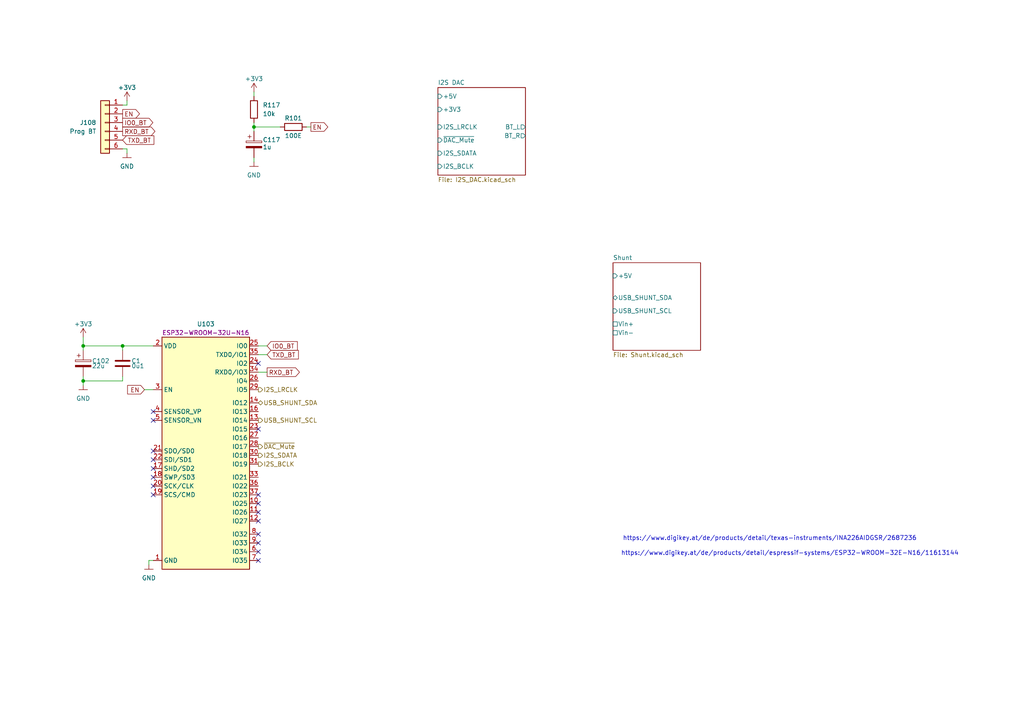
<source format=kicad_sch>
(kicad_sch (version 20250114) (generator "eeschema") (generator_version "9.0")
  (paper "A4")
  (lib_symbols
    (symbol "Connector_Generic:Conn_01x06" (pin_names (offset 1.016) (hide yes))
      (property "Reference" "J" (at 0 7.62 0))
      (property "Value" "Conn_01x06" (at 0 -10.16 0))
      (symbol "Conn_01x06_1_1"
        (rectangle (start -1.27 6.35) (end 1.27 -8.89) (stroke (width 0.254)) (fill (type background)))
        (rectangle (start -1.27 5.207) (end 0 4.953) (stroke (width 0.1524)))
        (rectangle (start -1.27 2.667) (end 0 2.413) (stroke (width 0.1524)))
        (rectangle (start -1.27 0.127) (end 0 -0.127) (stroke (width 0.1524)))
        (rectangle (start -1.27 -2.413) (end 0 -2.667) (stroke (width 0.1524)))
        (rectangle (start -1.27 -4.953) (end 0 -5.207) (stroke (width 0.1524)))
        (rectangle (start -1.27 -7.493) (end 0 -7.747) (stroke (width 0.1524)))
        (pin passive line (at -5.08 5.08 0) (length 3.81) (name "Pin_1") (number "1"))
        (pin passive line (at -5.08 2.54 0) (length 3.81) (name "Pin_2") (number "2"))
        (pin passive line (at -5.08 0 0) (length 3.81) (name "Pin_3") (number "3"))
        (pin passive line (at -5.08 -2.54 0) (length 3.81) (name "Pin_4") (number "4"))
        (pin passive line (at -5.08 -5.08 0) (length 3.81) (name "Pin_5") (number "5"))
        (pin passive line (at -5.08 -7.62 0) (length 3.81) (name "Pin_6") (number "6"))
      )
    )
    (symbol "Device:C" (pin_numbers (hide yes)) (pin_names (offset 0.254))
      (property "Reference" "C" (at 0.635 2.54 0))
      (property "Value" "C" (at 0.635 -2.54 0))
      (symbol "C_0_1"
        (polyline (pts (xy -2.032 0.762) (xy 2.032 0.762)) (stroke (width 0.508)))
        (polyline (pts (xy -2.032 -0.762) (xy 2.032 -0.762)) (stroke (width 0.508)))
      )
      (symbol "C_1_1"
        (pin passive line (at 0 3.81 270) (length 2.794) (name "~") (number "1"))
        (pin passive line (at 0 -3.81 90) (length 2.794) (name "~") (number "2"))
      )
    )
    (symbol "Device:C_Polarized" (pin_numbers (hide yes)) (pin_names (offset 0.254))
      (property "Reference" "C" (at 0.635 2.54 0))
      (property "Value" "C_Polarized" (at 0.635 -2.54 0))
      (symbol "C_Polarized_0_1"
        (rectangle (start -2.286 0.508) (end 2.286 1.016))
        (polyline (pts (xy -1.778 2.286) (xy -0.762 2.286)))
        (polyline (pts (xy -1.27 2.794) (xy -1.27 1.778)))
        (rectangle (start 2.286 -0.508) (end -2.286 -1.016) (fill (type outline)))
      )
      (symbol "C_Polarized_1_1"
        (pin passive line (at 0 3.81 270) (length 2.794) (name "~") (number "1"))
        (pin passive line (at 0 -3.81 90) (length 2.794) (name "~") (number "2"))
      )
    )
    (symbol "Device:R" (pin_numbers (hide yes)) (pin_names (offset 0))
      (property "Reference" "R" (at 2.032 0 90))
      (property "Value" "R" (at 0 0 90))
      (symbol "R_0_1"
        (rectangle (start -1.016 -2.54) (end 1.016 2.54) (stroke (width 0.254)))
      )
      (symbol "R_1_1"
        (pin passive line (at 0 3.81 270) (length 1.27) (name "~") (number "1"))
        (pin passive line (at 0 -3.81 90) (length 1.27) (name "~") (number "2"))
      )
    )
    (symbol "modules:ESP32-WROOM-32U-N16"
      (property "Reference" "U" (at -12.7 38.1 0))
      (property "id" "ESP32-WROOM-32U-N16" (at 0 35.56 0))
      (symbol "ESP32-WROOM-32U-N16_0_1"
        (rectangle (start -12.7 33.02) (end 12.7 -34.29) (stroke (width 0.254)) (fill (type background)))
      )
      (symbol "ESP32-WROOM-32U-N16_1_1"
        (pin power_in line (at -15.24 30.48 0) (length 2.54) (name "VDD") (number "2"))
        (pin input line (at -15.24 17.78 0) (length 2.54) (name "EN") (number "3"))
        (pin input line (at -15.24 11.43 0) (length 2.54) (name "SENSOR_VP") (number "4"))
        (pin input line (at -15.24 8.89 0) (length 2.54) (name "SENSOR_VN") (number "5"))
        (pin bidirectional line (at -15.24 0 0) (length 2.54) (name "SDO/SD0") (number "21"))
        (pin bidirectional line (at -15.24 -2.54 0) (length 2.54) (name "SDI/SD1") (number "22"))
        (pin bidirectional line (at -15.24 -5.08 0) (length 2.54) (name "SHD/SD2") (number "17"))
        (pin bidirectional line (at -15.24 -7.62 0) (length 2.54) (name "SWP/SD3") (number "18"))
        (pin bidirectional line (at -15.24 -10.16 0) (length 2.54) (name "SCK/CLK") (number "20"))
        (pin bidirectional line (at -15.24 -12.7 0) (length 2.54) (name "SCS/CMD") (number "19"))
        (pin no_connect line (at -15.24 -22.86 0) (length 2.54) (hide yes) (name "NC") (number "32"))
        (pin power_in line (at -15.24 -31.75 0) (length 2.54) (name "GND") (number "1"))
        (pin power_in line (at -15.24 -31.75 0) (length 2.54) (hide yes) (name "GND") (number "15"))
        (pin power_in line (at -15.24 -31.75 0) (length 2.54) (hide yes) (name "GND") (number "38"))
        (pin power_in line (at -15.24 -31.75 0) (length 2.54) (hide yes) (name "GND") (number "39"))
        (pin bidirectional line (at 15.24 30.48 180) (length 2.54) (name "IO0") (number "25"))
        (pin bidirectional line (at 15.24 27.94 180) (length 2.54) (name "TXD0/IO1") (number "35"))
        (pin bidirectional line (at 15.24 25.4 180) (length 2.54) (name "IO2") (number "24"))
        (pin bidirectional line (at 15.24 22.86 180) (length 2.54) (name "RXD0/IO3") (number "34"))
        (pin bidirectional line (at 15.24 20.32 180) (length 2.54) (name "IO4") (number "26"))
        (pin bidirectional line (at 15.24 17.78 180) (length 2.54) (name "IO5") (number "29"))
        (pin bidirectional line (at 15.24 13.97 180) (length 2.54) (name "IO12") (number "14"))
        (pin bidirectional line (at 15.24 11.43 180) (length 2.54) (name "IO13") (number "16"))
        (pin bidirectional line (at 15.24 8.89 180) (length 2.54) (name "IO14") (number "13"))
        (pin bidirectional line (at 15.24 6.35 180) (length 2.54) (name "IO15") (number "23"))
        (pin bidirectional line (at 15.24 3.81 180) (length 2.54) (name "IO16") (number "27"))
        (pin bidirectional line (at 15.24 1.27 180) (length 2.54) (name "IO17") (number "28"))
        (pin bidirectional line (at 15.24 -1.27 180) (length 2.54) (name "IO18") (number "30"))
        (pin bidirectional line (at 15.24 -3.81 180) (length 2.54) (name "IO19") (number "31"))
        (pin bidirectional line (at 15.24 -7.62 180) (length 2.54) (name "IO21") (number "33"))
        (pin bidirectional line (at 15.24 -10.16 180) (length 2.54) (name "IO22") (number "36"))
        (pin bidirectional line (at 15.24 -12.7 180) (length 2.54) (name "IO23") (number "37"))
        (pin bidirectional line (at 15.24 -15.24 180) (length 2.54) (name "IO25") (number "10"))
        (pin bidirectional line (at 15.24 -17.78 180) (length 2.54) (name "IO26") (number "11"))
        (pin bidirectional line (at 15.24 -20.32 180) (length 2.54) (name "IO27") (number "12"))
        (pin bidirectional line (at 15.24 -24.13 180) (length 2.54) (name "IO32") (number "8"))
        (pin bidirectional line (at 15.24 -26.67 180) (length 2.54) (name "IO33") (number "9"))
        (pin input line (at 15.24 -29.21 180) (length 2.54) (name "IO34") (number "6"))
        (pin input line (at 15.24 -31.75 180) (length 2.54) (name "IO35") (number "7"))
      )
    )
    (symbol "mypower:GND" (power) (pin_names (offset 0))
      (property "Value" "GND" (at 0 -1.27 0))
      (symbol "GND_0_1"
        (polyline (pts (xy 0 1.27) (xy 0 0) (xy 1.27 0) (xy -1.27 0) (xy 0 0)))
      )
      (symbol "GND_1_1"
        (pin power_in line (at 0 1.27 270) (length 0) (hide yes) (name "GND") (number "1"))
      )
    )
    (symbol "power:+3V3" (power) (pin_names (offset 0))
      (property "Value" "+3V3" (at 0 3.556 0))
      (symbol "+3V3_0_1"
        (polyline (pts (xy -0.762 1.27) (xy 0 2.54)))
        (polyline (pts (xy 0 2.54) (xy 0.762 1.27)))
        (polyline (pts (xy 0 0) (xy 0 2.54)))
      )
      (symbol "+3V3_1_1"
        (pin power_in line (at 0 0 90) (length 0) (hide yes) (name "+3V3") (number "1"))
      )
    )
  )
  (text "https://www.digikey.at/de/products/detail/espressif-systems/ESP32-WROOM-32E-N16/11613144" (at 229.108 160.528 0) (effects (font (size 1.27 1.27))))
  (text "https://www.digikey.at/de/products/detail/texas-instruments/INA226AIDGSR/2687236" (at 223.266 156.21 0) (effects (font (size 1.27 1.27))))
  (junction (at 35.56 100.33))
  (junction (at 73.66 36.83))
  (junction (at 24.13 100.33))
  (junction (at 24.13 110.49))
  (no_connect (at 74.93 157.48))
  (no_connect (at 74.93 162.56))
  (no_connect (at 44.45 135.89))
  (no_connect (at 74.93 148.59))
  (no_connect (at 44.45 138.43))
  (no_connect (at 74.93 124.46))
  (no_connect (at 44.45 121.92))
  (no_connect (at 74.93 160.02))
  (no_connect (at 44.45 119.38))
  (no_connect (at 44.45 130.81))
  (no_connect (at 44.45 133.35))
  (no_connect (at 74.93 151.13))
  (no_connect (at 44.45 140.97))
  (no_connect (at 74.93 143.51))
  (no_connect (at 74.93 154.94))
  (no_connect (at 44.45 143.51))
  (no_connect (at 74.93 105.41))
  (no_connect (at 74.93 146.05))
  (wire (pts (xy 24.13 100.33) (xy 35.56 100.33)))
  (wire (pts (xy 24.13 110.49) (xy 24.13 111.76)))
  (wire (pts (xy 35.56 100.33) (xy 44.45 100.33)))
  (wire (pts (xy 74.93 102.87) (xy 77.47 102.87)))
  (wire (pts (xy 35.56 109.22) (xy 35.56 110.49)))
  (wire (pts (xy 41.91 113.03) (xy 44.45 113.03)))
  (wire (pts (xy 73.66 36.83) (xy 81.28 36.83)))
  (wire (pts (xy 73.66 26.67) (xy 73.66 27.94)))
  (wire (pts (xy 73.66 35.56) (xy 73.66 36.83)))
  (wire (pts (xy 43.18 162.56) (xy 44.45 162.56)))
  (wire (pts (xy 36.83 43.18) (xy 35.56 43.18)))
  (wire (pts (xy 90.17 36.83) (xy 88.9 36.83)))
  (wire (pts (xy 35.56 100.33) (xy 35.56 101.6)))
  (wire (pts (xy 74.93 107.95) (xy 77.47 107.95)))
  (wire (pts (xy 24.13 110.49) (xy 35.56 110.49)))
  (wire (pts (xy 74.93 100.33) (xy 77.47 100.33)))
  (wire (pts (xy 36.83 29.21) (xy 36.83 30.48)))
  (wire (pts (xy 24.13 101.6) (xy 24.13 100.33)))
  (wire (pts (xy 36.83 44.45) (xy 36.83 43.18)))
  (wire (pts (xy 43.18 162.56) (xy 43.18 163.83)))
  (wire (pts (xy 24.13 109.22) (xy 24.13 110.49)))
  (wire (pts (xy 24.13 97.79) (xy 24.13 100.33)))
  (wire (pts (xy 73.66 36.83) (xy 73.66 38.1)))
  (wire (pts (xy 36.83 30.48) (xy 35.56 30.48)))
  (wire (pts (xy 73.66 45.72) (xy 73.66 46.99)))
  (global_label "IO0_BT" (shape output) (at 35.56 35.56 0) (property "Intersheetrefs" "${INTERSHEET_REFS}" (effects (hide yes))))
  (global_label "RXD_BT" (shape output) (at 35.56 38.1 0) (property "Intersheetrefs" "${INTERSHEET_REFS}" (effects (hide yes))))
  (global_label "EN" (shape output) (at 35.56 33.02 0) (property "Intersheetrefs" "${INTERSHEET_REFS}" (effects (hide yes))))
  (global_label "RXD_BT" (shape output) (at 77.47 107.95 0) (property "Intersheetrefs" "${INTERSHEET_REFS}" (effects (hide yes))))
  (global_label "EN" (shape output) (at 90.17 36.83 0) (property "Intersheetrefs" "${INTERSHEET_REFS}" (effects (hide yes))))
  (global_label "IO0_BT" (shape input) (at 77.47 100.33 0) (property "Intersheetrefs" "${INTERSHEET_REFS}" (effects (hide yes))))
  (global_label "TXD_BT" (shape input) (at 77.47 102.87 0) (property "Intersheetrefs" "${INTERSHEET_REFS}" (effects (hide yes))))
  (global_label "TXD_BT" (shape input) (at 35.56 40.64 0) (property "Intersheetrefs" "${INTERSHEET_REFS}" (effects (hide yes))))
  (global_label "EN" (shape input) (at 41.91 113.03 180) (property "Intersheetrefs" "${INTERSHEET_REFS}" (effects (hide yes))))
  (hierarchical_label "~{DAC_Mute}" (shape output) (at 74.93 129.54 0))
  (hierarchical_label "I2S_LRCLK" (shape output) (at 74.93 113.03 0))
  (hierarchical_label "USB_SHUNT_SDA" (shape bidirectional) (at 74.93 116.84 0))
  (hierarchical_label "I2S_BCLK" (shape output) (at 74.93 134.62 0))
  (hierarchical_label "I2S_SDATA" (shape output) (at 74.93 132.08 0))
  (hierarchical_label "USB_SHUNT_SCL" (shape output) (at 74.93 121.92 0))
  (symbol (lib_id "power:+3V3") (at 24.13 97.79 0) (unit 1)
    (property "Reference" "#PWR0101" (effects (hide yes)))
    (property "Value" "+3V3" (at 24.13 93.98 0))
  )
  (symbol (lib_id "mypower:GND") (at 36.83 45.72 0) (mirror y) (unit 1)
    (property "Reference" "#PWR0121" (effects (hide yes)))
    (property "Value" "GND" (at 36.83 48.26 0))
  )
  (symbol (lib_id "modules:ESP32-WROOM-32U-N16") (at 59.69 130.81 0) (unit 1)
    (property "Reference" "U103" (at 59.69 93.98 0))
    (property "Value" "ESP32-WROOM-32U" (effects (hide yes)))
    (property "Footprint" "RF_Module:ESP32-WROOM-32U" (effects (hide yes)))
    (property "Datasheet" "https://www.espressif.com/sites/default/files/documentation/esp32-wroom-32d_esp32-wroom-32u_datasheet_en.pdf" (effects (hide yes)))
    (property "id" "ESP32-WROOM-32U-N16" (at 59.69 96.52 0))
  )
  (symbol (lib_id "power:+3V3") (at 36.83 29.21 0) (mirror y) (unit 1)
    (property "Reference" "#PWR0120" (effects (hide yes)))
    (property "Value" "+3V3" (at 36.83 25.4 0))
  )
  (symbol (lib_id "mypower:GND") (at 73.66 48.26 0) (unit 1)
    (property "Reference" "#PWR0145" (effects (hide yes)))
    (property "Value" "GND" (at 73.66 50.8 0))
  )
  (symbol (lib_id "Device:R") (at 73.66 31.75 180) (unit 1)
    (property "Reference" "R117" (at 76.2 30.48 0) (effects (justify right)))
    (property "Value" "10k" (at 76.2 33.02 0) (effects (justify right)))
    (property "Footprint" "Resistor_THT:R_Axial_DIN0207_L6.3mm_D2.5mm_P10.16mm_Horizontal" (effects (hide yes)))
  )
  (symbol (lib_id "mypower:GND") (at 24.13 113.03 0) (unit 1)
    (property "Reference" "#PWR0102" (effects (hide yes)))
    (property "Value" "GND" (at 24.13 115.57 0))
  )
  (symbol (lib_id "Device:C_Polarized") (at 24.13 105.41 0) (unit 1)
    (property "Reference" "C102" (at 26.67 105.41 0) (effects (justify left bottom)))
    (property "Value" "22u" (at 26.67 105.41 0) (effects (justify left top)))
    (property "Footprint" "Capacitor_THT:CP_Radial_D5.0mm_P2.00mm" (effects (hide yes)))
  )
  (symbol (lib_id "Device:R") (at 85.09 36.83 270) (unit 1)
    (property "Reference" "R101" (at 85.09 34.29 90))
    (property "Value" "100E" (at 85.09 39.37 90))
    (property "Footprint" "Resistor_THT:R_Axial_DIN0207_L6.3mm_D2.5mm_P10.16mm_Horizontal" (effects (hide yes)))
  )
  (symbol (lib_id "Connector_Generic:Conn_01x06") (at 30.48 35.56 0) (mirror y) (unit 1)
    (property "Reference" "J108" (at 27.94 35.56 0) (effects (justify left)))
    (property "Value" "Prog BT" (at 27.94 38.1 0) (effects (justify left)))
    (property "Footprint" "Connector_PinSocket_2.54mm:PinSocket_1x06_P2.54mm_Vertical" (effects (hide yes)))
  )
  (symbol (lib_id "mypower:GND") (at 43.18 165.1 0) (unit 1)
    (property "Reference" "#PWR0141" (effects (hide yes)))
    (property "Value" "GND" (at 43.18 167.64 0))
  )
  (symbol (lib_id "Device:C_Polarized") (at 73.66 41.91 0) (unit 1)
    (property "Reference" "C117" (at 76.2 41.275 0) (effects (justify left bottom)))
    (property "Value" "1u" (at 76.2 41.91 0) (effects (justify left top)))
    (property "Footprint" "Capacitor_THT:CP_Radial_D5.0mm_P2.00mm" (effects (hide yes)))
  )
  (symbol (lib_id "Device:C") (at 35.56 105.41 0) (unit 1)
    (property "Reference" "C1" (at 38.1 105.41 0) (effects (justify left bottom)))
    (property "Value" "0u1" (at 38.1 105.41 0) (effects (justify left top)))
    (property "Footprint" "Capacitor_THT:C_Disc_D4.7mm_W2.5mm_P5.00mm" (effects (hide yes)))
  )
  (symbol (lib_id "power:+3V3") (at 73.66 26.67 0) (unit 1)
    (property "Reference" "#PWR0144" (effects (hide yes)))
    (property "Value" "+3V3" (at 73.66 22.86 0))
  )
  (sheet (at 127 25.4) (size 25.4 25.4) (stroke (width 0.1524))
    (property "Sheetname" "I2S DAC" (at 127 24.6884 0) (effects (justify left bottom)))
    (property "Sheetfile" "I2S_DAC.kicad_sch" (at 127 51.3846 0) (effects (justify left top)))
    (pin "+3V3" input (at 127 31.75 180))
    (pin "+5V" input (at 127 27.94 180))
    (pin "BT_L" output (at 152.4 36.83 0))
    (pin "BT_R" output (at 152.4 39.37 0))
    (pin "I2S_BCLK" input (at 127 48.26 180))
    (pin "I2S_LRCLK" input (at 127 36.83 180))
    (pin "I2S_SDATA" input (at 127 44.45 180))
    (pin "~{DAC_Mute}" input (at 127 40.64 180))
  )
  (sheet (at 177.8 76.2) (size 25.4 25.4) (stroke (width 0.1524))
    (property "Sheetname" "Shunt" (at 177.8 75.4884 0) (effects (justify left bottom)))
    (property "Sheetfile" "Shunt.kicad_sch" (at 177.8 102.1846 0) (effects (justify left top)))
    (pin "+5V" input (at 177.8 80.01 180))
    (pin "USB_SHUNT_SCL" input (at 177.8 90.17 180))
    (pin "USB_SHUNT_SDA" bidirectional (at 177.8 86.36 180))
    (pin "Vin+" passive (at 177.8 93.98 180))
    (pin "Vin-" passive (at 177.8 96.52 180))
  )
)
</source>
